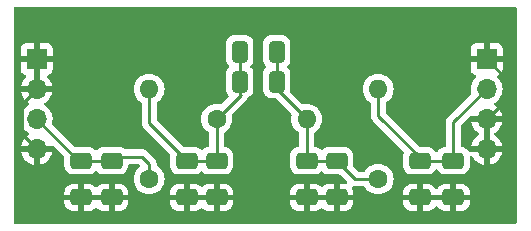
<source format=gtl>
G04 #@! TF.GenerationSoftware,KiCad,Pcbnew,7.0.2*
G04 #@! TF.CreationDate,2023-08-02T20:41:48-05:00*
G04 #@! TF.ProjectId,Session6,53657373-696f-46e3-962e-6b696361645f,rev?*
G04 #@! TF.SameCoordinates,Original*
G04 #@! TF.FileFunction,Copper,L1,Top*
G04 #@! TF.FilePolarity,Positive*
%FSLAX46Y46*%
G04 Gerber Fmt 4.6, Leading zero omitted, Abs format (unit mm)*
G04 Created by KiCad (PCBNEW 7.0.2) date 2023-08-02 20:41:48*
%MOMM*%
%LPD*%
G01*
G04 APERTURE LIST*
G04 Aperture macros list*
%AMRoundRect*
0 Rectangle with rounded corners*
0 $1 Rounding radius*
0 $2 $3 $4 $5 $6 $7 $8 $9 X,Y pos of 4 corners*
0 Add a 4 corners polygon primitive as box body*
4,1,4,$2,$3,$4,$5,$6,$7,$8,$9,$2,$3,0*
0 Add four circle primitives for the rounded corners*
1,1,$1+$1,$2,$3*
1,1,$1+$1,$4,$5*
1,1,$1+$1,$6,$7*
1,1,$1+$1,$8,$9*
0 Add four rect primitives between the rounded corners*
20,1,$1+$1,$2,$3,$4,$5,0*
20,1,$1+$1,$4,$5,$6,$7,0*
20,1,$1+$1,$6,$7,$8,$9,0*
20,1,$1+$1,$8,$9,$2,$3,0*%
G04 Aperture macros list end*
G04 #@! TA.AperFunction,ComponentPad*
%ADD10C,1.600000*%
G04 #@! TD*
G04 #@! TA.AperFunction,ComponentPad*
%ADD11O,1.600000X1.600000*%
G04 #@! TD*
G04 #@! TA.AperFunction,SMDPad,CuDef*
%ADD12RoundRect,0.250000X-0.650000X0.412500X-0.650000X-0.412500X0.650000X-0.412500X0.650000X0.412500X0*%
G04 #@! TD*
G04 #@! TA.AperFunction,SMDPad,CuDef*
%ADD13RoundRect,0.250000X-0.412500X-0.650000X0.412500X-0.650000X0.412500X0.650000X-0.412500X0.650000X0*%
G04 #@! TD*
G04 #@! TA.AperFunction,ComponentPad*
%ADD14O,1.700000X1.700000*%
G04 #@! TD*
G04 #@! TA.AperFunction,ComponentPad*
%ADD15R,1.700000X1.700000*%
G04 #@! TD*
G04 #@! TA.AperFunction,Conductor*
%ADD16C,0.250000*%
G04 #@! TD*
G04 APERTURE END LIST*
D10*
X127977500Y-83820000D03*
D11*
X127977500Y-76200000D03*
D12*
X121920000Y-82257500D03*
X121920000Y-85382500D03*
X124460000Y-82257500D03*
X124460000Y-85382500D03*
D13*
X116255000Y-73025000D03*
X119380000Y-73025000D03*
X116255000Y-75565000D03*
X119380000Y-75565000D03*
D10*
X108585000Y-83820000D03*
D11*
X108585000Y-76200000D03*
D10*
X114300000Y-78740000D03*
D11*
X121920000Y-78740000D03*
D12*
X114300000Y-82257500D03*
X114300000Y-85382500D03*
X131495000Y-82257500D03*
X131495000Y-85382500D03*
X102820000Y-82257500D03*
X102820000Y-85382500D03*
X111760000Y-82257500D03*
X111760000Y-85382500D03*
X134327500Y-82257500D03*
X134327500Y-85382500D03*
X105410000Y-82257500D03*
X105410000Y-85382500D03*
D14*
X137160000Y-81280000D03*
X137160000Y-78740000D03*
X137160000Y-76200000D03*
D15*
X137160000Y-73660000D03*
D14*
X99060000Y-81280000D03*
X99060000Y-78740000D03*
X99060000Y-76200000D03*
D15*
X99060000Y-73660000D03*
D16*
X116332000Y-76708000D02*
X116255000Y-76631000D01*
X114300000Y-78740000D02*
X116332000Y-76708000D01*
X116255000Y-76631000D02*
X116255000Y-75565000D01*
X119380000Y-76200000D02*
X119380000Y-75565000D01*
X121920000Y-78740000D02*
X119380000Y-76200000D01*
X99060000Y-76200000D02*
X99060000Y-73660000D01*
X97790000Y-80010000D02*
X97790000Y-77470000D01*
X97790000Y-77470000D02*
X99060000Y-76200000D01*
X99060000Y-81280000D02*
X97790000Y-80010000D01*
X137160000Y-78740000D02*
X137160000Y-81280000D01*
X139065000Y-76835000D02*
X137160000Y-78740000D01*
X139065000Y-75565000D02*
X139065000Y-76835000D01*
X137160000Y-73660000D02*
X139065000Y-75565000D01*
X102577500Y-82257500D02*
X99060000Y-78740000D01*
X102820000Y-82257500D02*
X102577500Y-82257500D01*
X137160000Y-84797500D02*
X137160000Y-81280000D01*
X136575000Y-85382500D02*
X137160000Y-84797500D01*
X134327500Y-79032500D02*
X137160000Y-76200000D01*
X134327500Y-82257500D02*
X134327500Y-79032500D01*
X105752500Y-81915000D02*
X105410000Y-82257500D01*
X105410000Y-82257500D02*
X102820000Y-82257500D01*
X108585000Y-82550000D02*
X108585000Y-83820000D01*
X108585000Y-82550000D02*
X107950000Y-81915000D01*
X107950000Y-81915000D02*
X105752500Y-81915000D01*
X108242500Y-85382500D02*
X123482500Y-85382500D01*
X119380000Y-85382500D02*
X127000000Y-85382500D01*
X136575000Y-85382500D02*
X131495000Y-85382500D01*
X101015000Y-85382500D02*
X99010000Y-83377500D01*
X133057500Y-85382500D02*
X122897500Y-85382500D01*
X99010000Y-83377500D02*
X99010000Y-81280000D01*
X109220000Y-85382500D02*
X101015000Y-85382500D01*
X114300000Y-81280000D02*
X114300000Y-78740000D01*
X108585000Y-79082500D02*
X111760000Y-82257500D01*
X114300000Y-81280000D02*
X114300000Y-82257500D01*
X111760000Y-82257500D02*
X114300000Y-82257500D01*
X108585000Y-76200000D02*
X108585000Y-79082500D01*
X116255000Y-73025000D02*
X116255000Y-75565000D01*
X124460000Y-82257500D02*
X126022500Y-83820000D01*
X121920000Y-82257500D02*
X121920000Y-78740000D01*
X121920000Y-82257500D02*
X124460000Y-82257500D01*
X119380000Y-73025000D02*
X119380000Y-75565000D01*
X126022500Y-83820000D02*
X127977500Y-83820000D01*
X127977500Y-76200000D02*
X127977500Y-78447500D01*
X134327500Y-82257500D02*
X131495000Y-82257500D01*
X127977500Y-78447500D02*
X131495000Y-81965000D01*
X131495000Y-81965000D02*
X131495000Y-82257500D01*
G04 #@! TA.AperFunction,Conductor*
G36*
X99310000Y-75764498D02*
G01*
X99202315Y-75715320D01*
X99095763Y-75700000D01*
X99024237Y-75700000D01*
X98917685Y-75715320D01*
X98810000Y-75764498D01*
X98810000Y-74095501D01*
X98917685Y-74144680D01*
X99024237Y-74160000D01*
X99095763Y-74160000D01*
X99202315Y-74144680D01*
X99310000Y-74095501D01*
X99310000Y-75764498D01*
G37*
G04 #@! TD.AperFunction*
G04 #@! TA.AperFunction,Conductor*
G36*
X136700507Y-78530156D02*
G01*
X136660000Y-78668111D01*
X136660000Y-78811889D01*
X136700507Y-78949844D01*
X136726314Y-78990000D01*
X135829364Y-78990000D01*
X135886569Y-79203492D01*
X135986399Y-79417576D01*
X136121893Y-79611081D01*
X136288918Y-79778106D01*
X136475031Y-79908425D01*
X136518656Y-79963002D01*
X136525848Y-80032501D01*
X136494326Y-80094855D01*
X136475031Y-80111575D01*
X136288918Y-80241893D01*
X136121890Y-80408921D01*
X135986400Y-80602421D01*
X135886569Y-80816507D01*
X135829364Y-81029999D01*
X135829364Y-81030000D01*
X136726314Y-81030000D01*
X136700507Y-81070156D01*
X136660000Y-81208111D01*
X136660000Y-81351889D01*
X136700507Y-81489844D01*
X136726314Y-81530000D01*
X135814950Y-81530000D01*
X135791300Y-81547268D01*
X135721554Y-81551422D01*
X135660634Y-81517208D01*
X135643815Y-81495674D01*
X135570211Y-81376342D01*
X135446157Y-81252288D01*
X135296834Y-81160186D01*
X135130297Y-81105000D01*
X135064397Y-81098268D01*
X134999705Y-81071872D01*
X134959554Y-81014691D01*
X134953000Y-80974910D01*
X134953000Y-79342951D01*
X134972685Y-79275912D01*
X134989314Y-79255275D01*
X135718272Y-78526317D01*
X135779593Y-78492834D01*
X135805951Y-78490000D01*
X136726314Y-78490000D01*
X136700507Y-78530156D01*
G37*
G04 #@! TD.AperFunction*
G04 #@! TA.AperFunction,Conductor*
G36*
X137410000Y-80844498D02*
G01*
X137302315Y-80795320D01*
X137195763Y-80780000D01*
X137124237Y-80780000D01*
X137017685Y-80795320D01*
X136910000Y-80844498D01*
X136910000Y-79175501D01*
X137017685Y-79224680D01*
X137124237Y-79240000D01*
X137195763Y-79240000D01*
X137302315Y-79224680D01*
X137410000Y-79175501D01*
X137410000Y-80844498D01*
G37*
G04 #@! TD.AperFunction*
G04 #@! TA.AperFunction,Conductor*
G36*
X139643039Y-69234685D02*
G01*
X139688794Y-69287489D01*
X139700000Y-69339000D01*
X139700000Y-87506000D01*
X139680315Y-87573039D01*
X139627511Y-87618794D01*
X139576000Y-87630000D01*
X97279000Y-87630000D01*
X97211961Y-87610315D01*
X97166206Y-87557511D01*
X97155000Y-87506000D01*
X97155000Y-85632500D01*
X101420001Y-85632500D01*
X101420001Y-85841829D01*
X101420321Y-85848111D01*
X101430493Y-85947695D01*
X101485642Y-86114122D01*
X101577683Y-86263345D01*
X101701654Y-86387316D01*
X101850877Y-86479357D01*
X102017303Y-86534506D01*
X102116890Y-86544680D01*
X102123168Y-86544999D01*
X102569999Y-86544999D01*
X102570000Y-86544998D01*
X102570000Y-85632500D01*
X103070000Y-85632500D01*
X103070000Y-86544999D01*
X103516829Y-86544999D01*
X103523111Y-86544678D01*
X103622695Y-86534506D01*
X103789122Y-86479357D01*
X103938342Y-86387318D01*
X104027318Y-86298342D01*
X104088641Y-86264857D01*
X104158333Y-86269841D01*
X104202682Y-86298342D01*
X104291657Y-86387318D01*
X104440877Y-86479357D01*
X104607303Y-86534506D01*
X104706890Y-86544680D01*
X104713168Y-86544999D01*
X105159999Y-86544999D01*
X105160000Y-86544998D01*
X105160000Y-85632500D01*
X105660000Y-85632500D01*
X105660000Y-86544999D01*
X106106829Y-86544999D01*
X106113111Y-86544678D01*
X106212695Y-86534506D01*
X106379122Y-86479357D01*
X106528345Y-86387316D01*
X106652316Y-86263345D01*
X106744357Y-86114122D01*
X106799506Y-85947696D01*
X106809680Y-85848109D01*
X106810000Y-85841831D01*
X106810000Y-85632500D01*
X110360001Y-85632500D01*
X110360001Y-85841829D01*
X110360321Y-85848111D01*
X110370493Y-85947695D01*
X110425642Y-86114122D01*
X110517683Y-86263345D01*
X110641654Y-86387316D01*
X110790877Y-86479357D01*
X110957303Y-86534506D01*
X111056890Y-86544680D01*
X111063168Y-86544999D01*
X111509999Y-86544999D01*
X111510000Y-86544998D01*
X111510000Y-85632500D01*
X112010000Y-85632500D01*
X112010000Y-86544999D01*
X112456829Y-86544999D01*
X112463111Y-86544678D01*
X112562695Y-86534506D01*
X112729122Y-86479357D01*
X112878342Y-86387318D01*
X112942318Y-86323342D01*
X113003641Y-86289857D01*
X113073333Y-86294841D01*
X113117682Y-86323342D01*
X113181657Y-86387318D01*
X113330877Y-86479357D01*
X113497303Y-86534506D01*
X113596890Y-86544680D01*
X113603168Y-86544999D01*
X114049999Y-86544999D01*
X114050000Y-86544998D01*
X114050000Y-85632500D01*
X114550000Y-85632500D01*
X114550000Y-86544999D01*
X114996829Y-86544999D01*
X115003111Y-86544678D01*
X115102695Y-86534506D01*
X115269122Y-86479357D01*
X115418345Y-86387316D01*
X115542316Y-86263345D01*
X115634357Y-86114122D01*
X115689506Y-85947696D01*
X115699680Y-85848109D01*
X115700000Y-85841831D01*
X115700000Y-85632500D01*
X120520001Y-85632500D01*
X120520001Y-85841829D01*
X120520321Y-85848111D01*
X120530493Y-85947695D01*
X120585642Y-86114122D01*
X120677683Y-86263345D01*
X120801654Y-86387316D01*
X120950877Y-86479357D01*
X121117303Y-86534506D01*
X121216890Y-86544680D01*
X121223168Y-86544999D01*
X121669999Y-86544999D01*
X121670000Y-86544998D01*
X121670000Y-85632500D01*
X122170000Y-85632500D01*
X122170000Y-86544999D01*
X122616829Y-86544999D01*
X122623111Y-86544678D01*
X122722695Y-86534506D01*
X122889122Y-86479357D01*
X123038342Y-86387318D01*
X123102318Y-86323342D01*
X123163641Y-86289857D01*
X123233333Y-86294841D01*
X123277682Y-86323342D01*
X123341657Y-86387318D01*
X123490877Y-86479357D01*
X123657303Y-86534506D01*
X123756890Y-86544680D01*
X123763168Y-86544999D01*
X124209999Y-86544999D01*
X124210000Y-86544998D01*
X124210000Y-85632500D01*
X124710000Y-85632500D01*
X124710000Y-86544999D01*
X125156829Y-86544999D01*
X125163111Y-86544678D01*
X125262695Y-86534506D01*
X125429122Y-86479357D01*
X125578345Y-86387316D01*
X125702316Y-86263345D01*
X125794357Y-86114122D01*
X125849506Y-85947696D01*
X125859680Y-85848109D01*
X125860000Y-85841831D01*
X125860000Y-85632500D01*
X130095001Y-85632500D01*
X130095001Y-85841829D01*
X130095321Y-85848111D01*
X130105493Y-85947695D01*
X130160642Y-86114122D01*
X130252683Y-86263345D01*
X130376654Y-86387316D01*
X130525877Y-86479357D01*
X130692303Y-86534506D01*
X130791890Y-86544680D01*
X130798168Y-86544999D01*
X131244999Y-86544999D01*
X131245000Y-86544998D01*
X131245000Y-85632500D01*
X131745000Y-85632500D01*
X131745000Y-86544999D01*
X132191829Y-86544999D01*
X132198111Y-86544678D01*
X132297695Y-86534506D01*
X132464122Y-86479357D01*
X132613345Y-86387316D01*
X132737316Y-86263345D01*
X132805711Y-86152459D01*
X132857659Y-86105734D01*
X132926621Y-86094511D01*
X132990703Y-86122354D01*
X133016789Y-86152459D01*
X133085183Y-86263345D01*
X133209154Y-86387316D01*
X133358377Y-86479357D01*
X133524803Y-86534506D01*
X133624390Y-86544680D01*
X133630668Y-86544999D01*
X134077499Y-86544999D01*
X134077500Y-86544998D01*
X134077500Y-85632500D01*
X134577500Y-85632500D01*
X134577500Y-86544999D01*
X135024329Y-86544999D01*
X135030611Y-86544678D01*
X135130195Y-86534506D01*
X135296622Y-86479357D01*
X135445845Y-86387316D01*
X135569816Y-86263345D01*
X135661857Y-86114122D01*
X135717006Y-85947696D01*
X135727180Y-85848109D01*
X135727500Y-85841831D01*
X135727500Y-85632500D01*
X134577500Y-85632500D01*
X134077500Y-85632500D01*
X131745000Y-85632500D01*
X131245000Y-85632500D01*
X130095001Y-85632500D01*
X125860000Y-85632500D01*
X124710000Y-85632500D01*
X124210000Y-85632500D01*
X122170000Y-85632500D01*
X121670000Y-85632500D01*
X120520001Y-85632500D01*
X115700000Y-85632500D01*
X114550000Y-85632500D01*
X114050000Y-85632500D01*
X112010000Y-85632500D01*
X111510000Y-85632500D01*
X110360001Y-85632500D01*
X106810000Y-85632500D01*
X105660000Y-85632500D01*
X105160000Y-85632500D01*
X103070000Y-85632500D01*
X102570000Y-85632500D01*
X101420001Y-85632500D01*
X97155000Y-85632500D01*
X97155000Y-85132500D01*
X101420000Y-85132500D01*
X102570000Y-85132500D01*
X102570000Y-84220000D01*
X103070000Y-84220000D01*
X103070000Y-85132500D01*
X105160000Y-85132500D01*
X105160000Y-84220000D01*
X105660000Y-84220000D01*
X105660000Y-85132500D01*
X106809999Y-85132500D01*
X110360000Y-85132500D01*
X111510000Y-85132500D01*
X111510000Y-84220000D01*
X112010000Y-84220000D01*
X112010000Y-85132500D01*
X114050000Y-85132500D01*
X114050000Y-84220000D01*
X114550000Y-84220000D01*
X114550000Y-85132500D01*
X115699999Y-85132500D01*
X120520000Y-85132500D01*
X121670000Y-85132500D01*
X121670000Y-84220000D01*
X122170000Y-84220000D01*
X122170000Y-85132500D01*
X124210000Y-85132500D01*
X124210000Y-84220000D01*
X123763171Y-84220000D01*
X123756888Y-84220321D01*
X123657304Y-84230493D01*
X123490877Y-84285642D01*
X123341654Y-84377683D01*
X123277681Y-84441657D01*
X123216358Y-84475142D01*
X123146666Y-84470158D01*
X123102319Y-84441657D01*
X123038345Y-84377683D01*
X122889122Y-84285642D01*
X122722696Y-84230493D01*
X122623109Y-84220319D01*
X122616832Y-84220000D01*
X122170000Y-84220000D01*
X121670000Y-84220000D01*
X121223171Y-84220000D01*
X121216888Y-84220321D01*
X121117304Y-84230493D01*
X120950877Y-84285642D01*
X120801654Y-84377683D01*
X120677683Y-84501654D01*
X120585642Y-84650877D01*
X120530493Y-84817303D01*
X120520319Y-84916890D01*
X120520000Y-84923168D01*
X120520000Y-85132500D01*
X115699999Y-85132500D01*
X115699999Y-84923170D01*
X115699678Y-84916888D01*
X115689506Y-84817304D01*
X115634357Y-84650877D01*
X115542316Y-84501654D01*
X115418345Y-84377683D01*
X115269122Y-84285642D01*
X115102696Y-84230493D01*
X115003109Y-84220319D01*
X114996832Y-84220000D01*
X114550000Y-84220000D01*
X114050000Y-84220000D01*
X113603171Y-84220000D01*
X113596888Y-84220321D01*
X113497304Y-84230493D01*
X113330877Y-84285642D01*
X113181654Y-84377683D01*
X113117681Y-84441657D01*
X113056358Y-84475142D01*
X112986666Y-84470158D01*
X112942319Y-84441657D01*
X112878345Y-84377683D01*
X112729122Y-84285642D01*
X112562696Y-84230493D01*
X112463109Y-84220319D01*
X112456832Y-84220000D01*
X112010000Y-84220000D01*
X111510000Y-84220000D01*
X111063171Y-84220000D01*
X111056888Y-84220321D01*
X110957304Y-84230493D01*
X110790877Y-84285642D01*
X110641654Y-84377683D01*
X110517683Y-84501654D01*
X110425642Y-84650877D01*
X110370493Y-84817303D01*
X110360319Y-84916890D01*
X110360000Y-84923168D01*
X110360000Y-85132500D01*
X106809999Y-85132500D01*
X106809999Y-84923170D01*
X106809678Y-84916888D01*
X106799506Y-84817304D01*
X106744357Y-84650877D01*
X106652316Y-84501654D01*
X106528345Y-84377683D01*
X106379122Y-84285642D01*
X106212696Y-84230493D01*
X106113109Y-84220319D01*
X106106832Y-84220000D01*
X105660000Y-84220000D01*
X105160000Y-84220000D01*
X104713171Y-84220000D01*
X104706888Y-84220321D01*
X104607304Y-84230493D01*
X104440877Y-84285642D01*
X104291654Y-84377683D01*
X104202681Y-84466657D01*
X104141358Y-84500142D01*
X104071666Y-84495158D01*
X104027319Y-84466657D01*
X103938345Y-84377683D01*
X103789122Y-84285642D01*
X103622696Y-84230493D01*
X103523109Y-84220319D01*
X103516832Y-84220000D01*
X103070000Y-84220000D01*
X102570000Y-84220000D01*
X102123171Y-84220000D01*
X102116888Y-84220321D01*
X102017304Y-84230493D01*
X101850877Y-84285642D01*
X101701654Y-84377683D01*
X101577683Y-84501654D01*
X101485642Y-84650877D01*
X101430493Y-84817303D01*
X101420319Y-84916890D01*
X101420000Y-84923168D01*
X101420000Y-85132500D01*
X97155000Y-85132500D01*
X97155000Y-78740000D01*
X97704340Y-78740000D01*
X97724936Y-78975407D01*
X97765210Y-79125711D01*
X97786097Y-79203663D01*
X97885965Y-79417830D01*
X98021505Y-79611401D01*
X98188599Y-79778495D01*
X98374596Y-79908732D01*
X98418219Y-79963307D01*
X98425412Y-80032806D01*
X98393890Y-80095160D01*
X98374595Y-80111880D01*
X98188919Y-80241892D01*
X98021890Y-80408921D01*
X97886400Y-80602421D01*
X97786569Y-80816507D01*
X97729364Y-81029999D01*
X97729364Y-81030000D01*
X98626314Y-81030000D01*
X98600507Y-81070156D01*
X98560000Y-81208111D01*
X98560000Y-81351889D01*
X98600507Y-81489844D01*
X98626314Y-81530000D01*
X97729364Y-81530000D01*
X97786569Y-81743492D01*
X97886399Y-81957576D01*
X98021893Y-82151081D01*
X98188918Y-82318106D01*
X98382423Y-82453600D01*
X98596509Y-82553430D01*
X98810000Y-82610634D01*
X98810000Y-81715501D01*
X98917685Y-81764680D01*
X99024237Y-81780000D01*
X99095763Y-81780000D01*
X99202315Y-81764680D01*
X99309999Y-81715501D01*
X99309999Y-82610633D01*
X99523490Y-82553430D01*
X99737576Y-82453600D01*
X99931081Y-82318106D01*
X100098106Y-82151081D01*
X100233600Y-81957576D01*
X100333430Y-81743492D01*
X100390636Y-81530000D01*
X99493686Y-81530000D01*
X99519493Y-81489844D01*
X99560000Y-81351889D01*
X99560000Y-81208111D01*
X99519493Y-81070156D01*
X99493686Y-81030000D01*
X100414048Y-81030000D01*
X100481087Y-81049685D01*
X100501729Y-81066319D01*
X101383181Y-81947771D01*
X101416666Y-82009094D01*
X101419500Y-82035452D01*
X101419500Y-82716858D01*
X101419500Y-82716877D01*
X101419501Y-82720008D01*
X101419820Y-82723140D01*
X101419821Y-82723141D01*
X101430000Y-82822796D01*
X101485186Y-82989334D01*
X101577288Y-83138657D01*
X101701342Y-83262711D01*
X101757895Y-83297593D01*
X101850666Y-83354814D01*
X101962017Y-83391712D01*
X102017202Y-83409999D01*
X102116858Y-83420180D01*
X102116859Y-83420180D01*
X102119991Y-83420500D01*
X103520008Y-83420499D01*
X103622797Y-83409999D01*
X103789334Y-83354814D01*
X103938656Y-83262712D01*
X104027320Y-83174047D01*
X104088641Y-83140564D01*
X104158333Y-83145548D01*
X104202679Y-83174047D01*
X104291343Y-83262711D01*
X104291345Y-83262713D01*
X104366005Y-83308763D01*
X104440666Y-83354814D01*
X104552016Y-83391712D01*
X104607202Y-83409999D01*
X104706858Y-83420180D01*
X104706859Y-83420180D01*
X104709991Y-83420500D01*
X106110008Y-83420499D01*
X106212797Y-83409999D01*
X106379334Y-83354814D01*
X106528656Y-83262712D01*
X106652712Y-83138656D01*
X106744814Y-82989334D01*
X106799999Y-82822797D01*
X106810500Y-82720009D01*
X106810500Y-82664500D01*
X106830185Y-82597461D01*
X106882989Y-82551706D01*
X106934500Y-82540500D01*
X107639548Y-82540500D01*
X107706587Y-82560185D01*
X107727229Y-82576819D01*
X107773410Y-82623000D01*
X107806895Y-82684323D01*
X107801911Y-82754015D01*
X107760039Y-82809948D01*
X107756857Y-82812253D01*
X107745860Y-82819953D01*
X107584953Y-82980860D01*
X107454432Y-83167264D01*
X107358261Y-83373502D01*
X107299364Y-83593310D01*
X107279531Y-83820000D01*
X107299364Y-84046689D01*
X107358261Y-84266497D01*
X107454432Y-84472735D01*
X107584953Y-84659140D01*
X107745859Y-84820046D01*
X107932264Y-84950567D01*
X107932265Y-84950567D01*
X107932266Y-84950568D01*
X108138504Y-85046739D01*
X108358308Y-85105635D01*
X108509435Y-85118856D01*
X108584999Y-85125468D01*
X108584999Y-85125467D01*
X108585000Y-85125468D01*
X108811692Y-85105635D01*
X109031496Y-85046739D01*
X109237734Y-84950568D01*
X109424139Y-84820047D01*
X109585047Y-84659139D01*
X109715568Y-84472734D01*
X109811739Y-84266496D01*
X109870635Y-84046692D01*
X109890468Y-83820000D01*
X109870635Y-83593308D01*
X109811739Y-83373504D01*
X109715568Y-83167266D01*
X109714377Y-83165564D01*
X109585046Y-82980859D01*
X109424140Y-82819953D01*
X109265548Y-82708907D01*
X109221923Y-82654331D01*
X109212732Y-82611225D01*
X109210561Y-82542111D01*
X109210500Y-82538218D01*
X109210500Y-82514541D01*
X109210500Y-82510650D01*
X109209998Y-82506683D01*
X109209081Y-82495027D01*
X109207710Y-82451373D01*
X109202118Y-82432126D01*
X109198174Y-82413085D01*
X109195664Y-82393208D01*
X109179579Y-82352583D01*
X109175808Y-82341568D01*
X109163618Y-82299610D01*
X109153414Y-82282355D01*
X109144861Y-82264895D01*
X109137486Y-82246269D01*
X109137486Y-82246268D01*
X109111808Y-82210925D01*
X109105401Y-82201171D01*
X109083169Y-82163579D01*
X109069006Y-82149416D01*
X109056367Y-82134617D01*
X109044595Y-82118413D01*
X109010941Y-82090573D01*
X109002299Y-82082709D01*
X108450802Y-81531211D01*
X108437906Y-81515113D01*
X108386775Y-81467098D01*
X108383978Y-81464387D01*
X108367227Y-81447636D01*
X108364471Y-81444880D01*
X108361290Y-81442412D01*
X108352422Y-81434837D01*
X108320582Y-81404938D01*
X108303024Y-81395285D01*
X108286764Y-81384604D01*
X108270936Y-81372327D01*
X108230851Y-81354980D01*
X108220361Y-81349841D01*
X108182091Y-81328802D01*
X108162691Y-81323821D01*
X108144284Y-81317519D01*
X108125897Y-81309562D01*
X108082758Y-81302729D01*
X108071324Y-81300361D01*
X108029019Y-81289500D01*
X108008984Y-81289500D01*
X107989586Y-81287973D01*
X107982162Y-81286797D01*
X107969805Y-81284840D01*
X107969804Y-81284840D01*
X107936751Y-81287964D01*
X107926325Y-81288950D01*
X107914656Y-81289500D01*
X106617231Y-81289500D01*
X106550192Y-81269815D01*
X106529550Y-81253181D01*
X106528657Y-81252288D01*
X106379334Y-81160186D01*
X106212797Y-81105000D01*
X106113141Y-81094819D01*
X106113122Y-81094818D01*
X106110009Y-81094500D01*
X106106860Y-81094500D01*
X104713140Y-81094500D01*
X104713120Y-81094500D01*
X104709992Y-81094501D01*
X104706860Y-81094820D01*
X104706858Y-81094821D01*
X104607203Y-81105000D01*
X104440665Y-81160186D01*
X104291342Y-81252288D01*
X104202681Y-81340950D01*
X104141358Y-81374435D01*
X104071666Y-81369451D01*
X104027319Y-81340950D01*
X103938657Y-81252288D01*
X103789334Y-81160186D01*
X103622797Y-81105000D01*
X103523141Y-81094819D01*
X103523122Y-81094818D01*
X103520009Y-81094500D01*
X103516860Y-81094500D01*
X102350453Y-81094500D01*
X102283414Y-81074815D01*
X102262772Y-81058181D01*
X100400237Y-79195646D01*
X100366752Y-79134323D01*
X100368143Y-79075872D01*
X100395063Y-78975408D01*
X100415659Y-78740000D01*
X100408305Y-78655951D01*
X100395063Y-78504592D01*
X100379082Y-78444950D01*
X100333903Y-78276337D01*
X100234035Y-78062171D01*
X100098495Y-77868599D01*
X99931401Y-77701505D01*
X99745402Y-77571267D01*
X99701780Y-77516692D01*
X99694587Y-77447193D01*
X99726109Y-77384839D01*
X99745405Y-77368119D01*
X99931078Y-77238109D01*
X100098106Y-77071081D01*
X100233600Y-76877576D01*
X100333430Y-76663492D01*
X100390636Y-76450000D01*
X99493686Y-76450000D01*
X99519493Y-76409844D01*
X99560000Y-76271889D01*
X99560000Y-76200000D01*
X107279531Y-76200000D01*
X107299364Y-76426689D01*
X107358261Y-76646497D01*
X107454432Y-76852735D01*
X107584953Y-77039140D01*
X107745859Y-77200046D01*
X107906623Y-77312613D01*
X107950248Y-77367189D01*
X107959500Y-77414188D01*
X107959500Y-78999755D01*
X107957235Y-79020266D01*
X107959438Y-79090374D01*
X107959499Y-79094263D01*
X107959499Y-79117961D01*
X107959499Y-79117974D01*
X107959500Y-79121850D01*
X107959986Y-79125702D01*
X107959987Y-79125711D01*
X107960004Y-79125843D01*
X107960918Y-79137467D01*
X107962290Y-79181126D01*
X107967879Y-79200360D01*
X107971825Y-79219416D01*
X107974335Y-79239292D01*
X107990414Y-79279904D01*
X107994197Y-79290951D01*
X108006382Y-79332891D01*
X108016580Y-79350135D01*
X108025136Y-79367600D01*
X108032514Y-79386232D01*
X108032515Y-79386233D01*
X108058180Y-79421559D01*
X108064593Y-79431322D01*
X108086826Y-79468916D01*
X108086829Y-79468919D01*
X108086830Y-79468920D01*
X108100995Y-79483085D01*
X108113627Y-79497875D01*
X108125406Y-79514087D01*
X108159058Y-79541926D01*
X108167699Y-79549789D01*
X110323279Y-81705370D01*
X110356764Y-81766693D01*
X110359402Y-81798850D01*
X110359500Y-81794991D01*
X110359500Y-82716858D01*
X110359500Y-82716877D01*
X110359501Y-82720008D01*
X110359820Y-82723140D01*
X110359821Y-82723141D01*
X110370000Y-82822796D01*
X110425186Y-82989334D01*
X110517288Y-83138657D01*
X110641342Y-83262711D01*
X110697895Y-83297593D01*
X110790666Y-83354814D01*
X110902016Y-83391712D01*
X110957202Y-83409999D01*
X111056858Y-83420180D01*
X111056859Y-83420180D01*
X111059991Y-83420500D01*
X112460008Y-83420499D01*
X112562797Y-83409999D01*
X112729334Y-83354814D01*
X112878656Y-83262712D01*
X112942320Y-83199047D01*
X113003641Y-83165564D01*
X113073333Y-83170548D01*
X113117679Y-83199047D01*
X113181343Y-83262711D01*
X113181345Y-83262713D01*
X113256005Y-83308763D01*
X113330666Y-83354814D01*
X113442016Y-83391712D01*
X113497202Y-83409999D01*
X113596858Y-83420180D01*
X113596859Y-83420180D01*
X113599991Y-83420500D01*
X115000008Y-83420499D01*
X115102797Y-83409999D01*
X115269334Y-83354814D01*
X115418656Y-83262712D01*
X115542712Y-83138656D01*
X115634814Y-82989334D01*
X115689999Y-82822797D01*
X115700500Y-82720009D01*
X115700499Y-81794992D01*
X115689999Y-81692203D01*
X115634814Y-81525666D01*
X115542712Y-81376344D01*
X115542711Y-81376342D01*
X115418657Y-81252288D01*
X115269334Y-81160186D01*
X115102797Y-81105000D01*
X115036897Y-81098268D01*
X114972205Y-81071872D01*
X114932054Y-81014691D01*
X114925500Y-80974910D01*
X114925500Y-79954188D01*
X114945185Y-79887149D01*
X114978377Y-79852613D01*
X115084780Y-79778109D01*
X115139139Y-79740047D01*
X115300047Y-79579139D01*
X115430568Y-79392734D01*
X115526739Y-79186496D01*
X115585635Y-78966692D01*
X115605468Y-78740000D01*
X115585635Y-78513308D01*
X115567319Y-78444950D01*
X115568982Y-78375101D01*
X115599411Y-78325178D01*
X116724206Y-77200383D01*
X116742177Y-77185516D01*
X116748937Y-77180923D01*
X116785622Y-77139311D01*
X116790924Y-77133665D01*
X116802120Y-77122471D01*
X116811825Y-77109958D01*
X116816756Y-77103997D01*
X116853450Y-77062378D01*
X116857159Y-77055096D01*
X116869668Y-77035388D01*
X116870015Y-77034940D01*
X116874673Y-77028936D01*
X116896708Y-76978015D01*
X116900020Y-76970975D01*
X116902888Y-76965347D01*
X116950866Y-76914556D01*
X116974367Y-76903945D01*
X116974459Y-76903914D01*
X116986834Y-76899814D01*
X117136156Y-76807712D01*
X117260212Y-76683656D01*
X117352314Y-76534334D01*
X117407499Y-76367797D01*
X117418000Y-76265009D01*
X117418000Y-76261878D01*
X118217000Y-76261878D01*
X118217001Y-76265008D01*
X118217320Y-76268140D01*
X118217321Y-76268141D01*
X118227500Y-76367796D01*
X118282686Y-76534334D01*
X118374788Y-76683657D01*
X118498842Y-76807711D01*
X118498844Y-76807712D01*
X118648166Y-76899814D01*
X118759517Y-76936712D01*
X118814702Y-76954999D01*
X118914358Y-76965180D01*
X118914359Y-76965180D01*
X118917491Y-76965500D01*
X119209547Y-76965499D01*
X119276586Y-76985183D01*
X119297228Y-77001818D01*
X120620586Y-78325177D01*
X120654071Y-78386500D01*
X120652680Y-78444950D01*
X120634364Y-78513307D01*
X120614531Y-78740000D01*
X120634364Y-78966689D01*
X120693261Y-79186497D01*
X120789432Y-79392735D01*
X120919953Y-79579140D01*
X121080859Y-79740046D01*
X121241623Y-79852613D01*
X121285248Y-79907189D01*
X121294500Y-79954188D01*
X121294500Y-80974911D01*
X121274815Y-81041950D01*
X121222011Y-81087705D01*
X121183102Y-81098269D01*
X121117203Y-81105000D01*
X120950665Y-81160186D01*
X120801342Y-81252288D01*
X120677288Y-81376342D01*
X120585186Y-81525665D01*
X120530000Y-81692202D01*
X120519819Y-81791858D01*
X120519817Y-81791878D01*
X120519500Y-81794991D01*
X120519500Y-81798138D01*
X120519500Y-81798139D01*
X120519500Y-82716858D01*
X120519500Y-82716877D01*
X120519501Y-82720008D01*
X120519820Y-82723140D01*
X120519821Y-82723141D01*
X120530000Y-82822796D01*
X120585186Y-82989334D01*
X120677288Y-83138657D01*
X120801342Y-83262711D01*
X120857895Y-83297592D01*
X120950666Y-83354814D01*
X121062016Y-83391712D01*
X121117202Y-83409999D01*
X121216858Y-83420180D01*
X121216859Y-83420180D01*
X121219991Y-83420500D01*
X122620008Y-83420499D01*
X122722797Y-83409999D01*
X122889334Y-83354814D01*
X123038656Y-83262712D01*
X123102320Y-83199047D01*
X123163641Y-83165564D01*
X123233333Y-83170548D01*
X123277679Y-83199047D01*
X123341343Y-83262711D01*
X123341345Y-83262713D01*
X123416004Y-83308763D01*
X123490666Y-83354814D01*
X123602017Y-83391712D01*
X123657202Y-83409999D01*
X123756858Y-83420180D01*
X123756859Y-83420180D01*
X123759991Y-83420500D01*
X124687047Y-83420499D01*
X124754086Y-83440183D01*
X124774728Y-83456818D01*
X125334450Y-84016540D01*
X125367935Y-84077863D01*
X125362951Y-84147555D01*
X125321079Y-84203488D01*
X125255615Y-84227905D01*
X125234167Y-84227579D01*
X125163111Y-84220319D01*
X125156832Y-84220000D01*
X124710000Y-84220000D01*
X124710000Y-85132500D01*
X125859999Y-85132500D01*
X130094999Y-85132500D01*
X131245000Y-85132500D01*
X131245000Y-85132499D01*
X131744999Y-85132499D01*
X131745000Y-85132500D01*
X134077499Y-85132500D01*
X134077499Y-84220000D01*
X134577500Y-84220000D01*
X134577500Y-85132500D01*
X135727499Y-85132500D01*
X135727499Y-84923170D01*
X135727178Y-84916888D01*
X135717006Y-84817304D01*
X135661857Y-84650877D01*
X135569816Y-84501654D01*
X135445845Y-84377683D01*
X135296622Y-84285642D01*
X135130196Y-84230493D01*
X135030609Y-84220319D01*
X135024332Y-84220000D01*
X134577500Y-84220000D01*
X134077499Y-84220000D01*
X133630671Y-84220000D01*
X133624388Y-84220321D01*
X133524804Y-84230493D01*
X133358377Y-84285642D01*
X133209154Y-84377683D01*
X133085184Y-84501653D01*
X133016789Y-84612541D01*
X132964841Y-84659265D01*
X132895878Y-84670488D01*
X132831796Y-84642644D01*
X132805711Y-84612541D01*
X132737315Y-84501653D01*
X132613345Y-84377683D01*
X132464122Y-84285642D01*
X132297696Y-84230493D01*
X132198109Y-84220319D01*
X132191832Y-84220000D01*
X131745000Y-84220000D01*
X131744999Y-85132499D01*
X131245000Y-85132499D01*
X131245000Y-84220000D01*
X130798171Y-84220000D01*
X130791888Y-84220321D01*
X130692304Y-84230493D01*
X130525877Y-84285642D01*
X130376654Y-84377683D01*
X130252683Y-84501654D01*
X130160642Y-84650877D01*
X130105493Y-84817303D01*
X130095319Y-84916890D01*
X130095000Y-84923168D01*
X130094999Y-85132500D01*
X125859999Y-85132500D01*
X125859999Y-84923170D01*
X125859678Y-84916888D01*
X125849506Y-84817304D01*
X125794358Y-84650879D01*
X125777171Y-84623015D01*
X125758731Y-84555623D01*
X125779653Y-84488959D01*
X125833295Y-84444189D01*
X125902626Y-84435528D01*
X125913540Y-84437812D01*
X125943481Y-84445500D01*
X125963516Y-84445500D01*
X125982913Y-84447026D01*
X126002696Y-84450160D01*
X126046174Y-84446050D01*
X126057844Y-84445500D01*
X126763312Y-84445500D01*
X126830351Y-84465185D01*
X126864887Y-84498377D01*
X126977453Y-84659140D01*
X127138359Y-84820046D01*
X127324764Y-84950567D01*
X127324765Y-84950567D01*
X127324766Y-84950568D01*
X127531004Y-85046739D01*
X127750808Y-85105635D01*
X127901935Y-85118856D01*
X127977499Y-85125468D01*
X127977499Y-85125467D01*
X127977500Y-85125468D01*
X128204192Y-85105635D01*
X128423996Y-85046739D01*
X128630234Y-84950568D01*
X128816639Y-84820047D01*
X128977547Y-84659139D01*
X129108068Y-84472734D01*
X129204239Y-84266496D01*
X129263135Y-84046692D01*
X129282968Y-83820000D01*
X129263135Y-83593308D01*
X129204239Y-83373504D01*
X129108068Y-83167266D01*
X129106877Y-83165564D01*
X128977546Y-82980859D01*
X128816640Y-82819953D01*
X128630235Y-82689432D01*
X128423997Y-82593261D01*
X128204189Y-82534364D01*
X127977499Y-82514531D01*
X127750810Y-82534364D01*
X127531002Y-82593261D01*
X127324764Y-82689432D01*
X127138359Y-82819953D01*
X126977453Y-82980859D01*
X126864887Y-83141623D01*
X126810311Y-83185248D01*
X126763312Y-83194500D01*
X126332952Y-83194500D01*
X126265913Y-83174815D01*
X126245271Y-83158181D01*
X125896720Y-82809629D01*
X125863235Y-82748306D01*
X125860599Y-82716087D01*
X125860500Y-82720009D01*
X125860499Y-81794992D01*
X125849999Y-81692203D01*
X125794814Y-81525666D01*
X125702712Y-81376344D01*
X125702711Y-81376342D01*
X125578657Y-81252288D01*
X125429334Y-81160186D01*
X125262797Y-81105000D01*
X125163141Y-81094819D01*
X125163122Y-81094818D01*
X125160009Y-81094500D01*
X125156860Y-81094500D01*
X123763140Y-81094500D01*
X123763120Y-81094500D01*
X123759992Y-81094501D01*
X123756860Y-81094820D01*
X123756858Y-81094821D01*
X123657203Y-81105000D01*
X123490665Y-81160186D01*
X123341342Y-81252288D01*
X123277681Y-81315950D01*
X123216358Y-81349435D01*
X123146666Y-81344451D01*
X123102319Y-81315950D01*
X123038657Y-81252288D01*
X122889334Y-81160186D01*
X122722797Y-81105000D01*
X122656897Y-81098268D01*
X122592205Y-81071872D01*
X122552054Y-81014691D01*
X122545500Y-80974910D01*
X122545500Y-79954188D01*
X122565185Y-79887149D01*
X122598377Y-79852613D01*
X122704780Y-79778109D01*
X122759139Y-79740047D01*
X122920047Y-79579139D01*
X123050568Y-79392734D01*
X123146739Y-79186496D01*
X123205635Y-78966692D01*
X123225468Y-78740000D01*
X123205635Y-78513308D01*
X123146739Y-78293504D01*
X123050568Y-78087266D01*
X123032997Y-78062171D01*
X122920046Y-77900859D01*
X122759140Y-77739953D01*
X122572735Y-77609432D01*
X122366497Y-77513261D01*
X122146689Y-77454364D01*
X121920000Y-77434531D01*
X121693307Y-77454364D01*
X121624950Y-77472680D01*
X121555100Y-77471017D01*
X121505177Y-77440586D01*
X120561665Y-76497074D01*
X120528180Y-76435751D01*
X120531641Y-76370386D01*
X120532499Y-76367797D01*
X120543000Y-76265009D01*
X120543000Y-76200000D01*
X126672031Y-76200000D01*
X126691864Y-76426689D01*
X126750761Y-76646497D01*
X126846932Y-76852735D01*
X126977453Y-77039140D01*
X127138359Y-77200046D01*
X127299123Y-77312613D01*
X127342748Y-77367189D01*
X127352000Y-77414188D01*
X127352000Y-78364756D01*
X127349735Y-78385266D01*
X127351939Y-78455372D01*
X127352000Y-78459267D01*
X127352000Y-78486850D01*
X127352488Y-78490719D01*
X127352489Y-78490725D01*
X127352504Y-78490843D01*
X127353418Y-78502467D01*
X127354790Y-78546126D01*
X127360379Y-78565360D01*
X127364325Y-78584416D01*
X127366835Y-78604292D01*
X127382914Y-78644904D01*
X127386697Y-78655951D01*
X127398882Y-78697891D01*
X127409080Y-78715135D01*
X127417636Y-78732600D01*
X127425014Y-78751232D01*
X127425015Y-78751233D01*
X127450680Y-78786559D01*
X127457093Y-78796322D01*
X127479326Y-78833916D01*
X127479329Y-78833919D01*
X127479330Y-78833920D01*
X127493495Y-78848085D01*
X127506127Y-78862875D01*
X127517906Y-78879087D01*
X127551558Y-78906926D01*
X127560199Y-78914789D01*
X130108813Y-81463403D01*
X130142298Y-81524726D01*
X130138838Y-81590088D01*
X130105000Y-81692202D01*
X130094819Y-81791858D01*
X130094817Y-81791878D01*
X130094500Y-81794991D01*
X130094500Y-81798138D01*
X130094500Y-81798139D01*
X130094500Y-82716858D01*
X130094500Y-82716877D01*
X130094501Y-82720008D01*
X130094820Y-82723140D01*
X130094821Y-82723141D01*
X130105000Y-82822796D01*
X130160186Y-82989334D01*
X130252288Y-83138657D01*
X130376342Y-83262711D01*
X130432895Y-83297593D01*
X130525666Y-83354814D01*
X130637016Y-83391712D01*
X130692202Y-83409999D01*
X130791858Y-83420180D01*
X130791859Y-83420180D01*
X130794991Y-83420500D01*
X132195008Y-83420499D01*
X132297797Y-83409999D01*
X132464334Y-83354814D01*
X132613656Y-83262712D01*
X132737712Y-83138656D01*
X132805711Y-83028410D01*
X132857658Y-82981686D01*
X132926621Y-82970463D01*
X132990703Y-82998306D01*
X133016789Y-83028411D01*
X133084788Y-83138657D01*
X133208842Y-83262711D01*
X133265395Y-83297593D01*
X133358166Y-83354814D01*
X133469516Y-83391712D01*
X133524702Y-83409999D01*
X133624358Y-83420180D01*
X133624359Y-83420180D01*
X133627491Y-83420500D01*
X135027508Y-83420499D01*
X135130297Y-83409999D01*
X135296834Y-83354814D01*
X135446156Y-83262712D01*
X135570212Y-83138656D01*
X135662314Y-82989334D01*
X135717499Y-82822797D01*
X135728000Y-82720009D01*
X135727999Y-81962763D01*
X135747683Y-81895725D01*
X135800487Y-81849970D01*
X135869646Y-81840026D01*
X135933202Y-81869051D01*
X135964381Y-81910359D01*
X135986399Y-81957576D01*
X136121893Y-82151081D01*
X136288918Y-82318106D01*
X136482423Y-82453600D01*
X136696509Y-82553430D01*
X136910000Y-82610634D01*
X136910000Y-81715501D01*
X137017685Y-81764680D01*
X137124237Y-81780000D01*
X137195763Y-81780000D01*
X137302315Y-81764680D01*
X137410000Y-81715501D01*
X137410000Y-82610633D01*
X137623490Y-82553430D01*
X137837576Y-82453600D01*
X138031081Y-82318106D01*
X138198106Y-82151081D01*
X138333600Y-81957576D01*
X138433430Y-81743492D01*
X138490636Y-81530000D01*
X137593686Y-81530000D01*
X137619493Y-81489844D01*
X137660000Y-81351889D01*
X137660000Y-81208111D01*
X137619493Y-81070156D01*
X137593686Y-81030000D01*
X138490636Y-81030000D01*
X138490635Y-81029999D01*
X138433430Y-80816507D01*
X138333599Y-80602421D01*
X138198109Y-80408921D01*
X138031080Y-80241892D01*
X137844968Y-80111574D01*
X137801343Y-80056996D01*
X137794151Y-79987498D01*
X137825673Y-79925143D01*
X137844969Y-79908424D01*
X138031078Y-79778109D01*
X138198106Y-79611081D01*
X138333600Y-79417576D01*
X138433430Y-79203492D01*
X138490636Y-78990000D01*
X137593686Y-78990000D01*
X137619493Y-78949844D01*
X137660000Y-78811889D01*
X137660000Y-78668111D01*
X137619493Y-78530156D01*
X137593686Y-78490000D01*
X138490636Y-78490000D01*
X138490635Y-78489999D01*
X138433430Y-78276507D01*
X138333599Y-78062421D01*
X138198109Y-77868921D01*
X138031081Y-77701893D01*
X137845404Y-77571880D01*
X137801780Y-77517303D01*
X137794587Y-77447804D01*
X137826109Y-77385450D01*
X137845399Y-77368734D01*
X138031401Y-77238495D01*
X138198495Y-77071401D01*
X138334035Y-76877830D01*
X138433903Y-76663663D01*
X138495063Y-76435408D01*
X138515659Y-76200000D01*
X138495063Y-75964592D01*
X138433903Y-75736337D01*
X138334035Y-75522171D01*
X138198495Y-75328599D01*
X138076181Y-75206285D01*
X138042696Y-75144962D01*
X138047680Y-75075270D01*
X138089552Y-75019337D01*
X138120528Y-75002422D01*
X138252089Y-74953352D01*
X138367188Y-74867188D01*
X138453352Y-74752089D01*
X138503599Y-74617371D01*
X138509645Y-74561132D01*
X138510000Y-74554518D01*
X138510000Y-73910000D01*
X137593686Y-73910000D01*
X137619493Y-73869844D01*
X137660000Y-73731889D01*
X137660000Y-73588111D01*
X137619493Y-73450156D01*
X137593686Y-73410000D01*
X138510000Y-73410000D01*
X138510000Y-72765481D01*
X138509645Y-72758867D01*
X138503599Y-72702628D01*
X138453352Y-72567910D01*
X138367188Y-72452811D01*
X138252089Y-72366647D01*
X138117371Y-72316400D01*
X138061132Y-72310354D01*
X138054518Y-72310000D01*
X137410000Y-72310000D01*
X137410000Y-73224498D01*
X137302315Y-73175320D01*
X137195763Y-73160000D01*
X137124237Y-73160000D01*
X137017685Y-73175320D01*
X136910000Y-73224498D01*
X136910000Y-72310000D01*
X136265482Y-72310000D01*
X136258867Y-72310354D01*
X136202628Y-72316400D01*
X136067910Y-72366647D01*
X135952811Y-72452811D01*
X135866647Y-72567910D01*
X135816400Y-72702628D01*
X135810354Y-72758867D01*
X135810000Y-72765481D01*
X135810000Y-73410000D01*
X136726314Y-73410000D01*
X136700507Y-73450156D01*
X136660000Y-73588111D01*
X136660000Y-73731889D01*
X136700507Y-73869844D01*
X136726314Y-73910000D01*
X135810000Y-73910000D01*
X135810000Y-74554518D01*
X135810354Y-74561132D01*
X135816400Y-74617371D01*
X135866647Y-74752089D01*
X135952811Y-74867188D01*
X136067911Y-74953352D01*
X136199471Y-75002422D01*
X136255404Y-75044294D01*
X136279821Y-75109758D01*
X136264969Y-75178031D01*
X136243819Y-75206285D01*
X136121503Y-75328601D01*
X135985965Y-75522170D01*
X135886097Y-75736336D01*
X135824936Y-75964592D01*
X135804340Y-76199999D01*
X135824936Y-76435405D01*
X135824937Y-76435407D01*
X135824937Y-76435408D01*
X135850496Y-76530798D01*
X135851856Y-76535871D01*
X135850193Y-76605721D01*
X135819762Y-76655646D01*
X133943708Y-78531699D01*
X133927610Y-78544596D01*
X133879596Y-78595725D01*
X133876892Y-78598516D01*
X133860128Y-78615280D01*
X133860121Y-78615287D01*
X133857380Y-78618029D01*
X133854999Y-78621097D01*
X133854990Y-78621108D01*
X133854911Y-78621211D01*
X133847342Y-78630072D01*
X133817435Y-78661920D01*
X133807785Y-78679474D01*
X133797109Y-78695728D01*
X133784826Y-78711563D01*
X133767475Y-78751658D01*
X133762338Y-78762144D01*
X133741302Y-78800407D01*
X133736321Y-78819809D01*
X133730020Y-78838211D01*
X133722061Y-78856602D01*
X133715228Y-78899742D01*
X133712860Y-78911174D01*
X133702000Y-78953477D01*
X133702000Y-78973516D01*
X133700473Y-78992914D01*
X133697339Y-79012696D01*
X133701449Y-79056176D01*
X133701999Y-79067843D01*
X133702000Y-80974911D01*
X133682315Y-81041950D01*
X133629512Y-81087705D01*
X133590602Y-81098269D01*
X133524703Y-81105000D01*
X133358165Y-81160186D01*
X133208842Y-81252288D01*
X133084788Y-81376342D01*
X133016789Y-81486588D01*
X132964841Y-81533313D01*
X132895879Y-81544536D01*
X132831796Y-81516692D01*
X132805711Y-81486588D01*
X132737711Y-81376342D01*
X132613657Y-81252288D01*
X132464334Y-81160186D01*
X132297797Y-81105000D01*
X132198141Y-81094819D01*
X132198122Y-81094818D01*
X132195009Y-81094500D01*
X132191860Y-81094500D01*
X131560453Y-81094500D01*
X131493414Y-81074815D01*
X131472772Y-81058181D01*
X128639319Y-78224728D01*
X128605834Y-78163405D01*
X128603000Y-78137047D01*
X128603000Y-77414188D01*
X128622685Y-77347149D01*
X128655877Y-77312613D01*
X128762280Y-77238109D01*
X128816639Y-77200047D01*
X128977547Y-77039139D01*
X129108068Y-76852734D01*
X129204239Y-76646496D01*
X129263135Y-76426692D01*
X129282968Y-76200000D01*
X129263135Y-75973308D01*
X129204239Y-75753504D01*
X129108068Y-75547266D01*
X129090497Y-75522171D01*
X128977546Y-75360859D01*
X128816640Y-75199953D01*
X128630235Y-75069432D01*
X128423997Y-74973261D01*
X128204189Y-74914364D01*
X127977499Y-74894531D01*
X127750810Y-74914364D01*
X127531002Y-74973261D01*
X127324764Y-75069432D01*
X127138359Y-75199953D01*
X126977453Y-75360859D01*
X126846932Y-75547264D01*
X126750761Y-75753502D01*
X126691864Y-75973310D01*
X126672031Y-76200000D01*
X120543000Y-76200000D01*
X120542999Y-74864992D01*
X120532499Y-74762203D01*
X120477314Y-74595666D01*
X120385212Y-74446344D01*
X120321547Y-74382679D01*
X120288064Y-74321359D01*
X120293048Y-74251667D01*
X120321547Y-74207320D01*
X120385212Y-74143656D01*
X120477314Y-73994334D01*
X120532499Y-73827797D01*
X120543000Y-73725009D01*
X120542999Y-72324992D01*
X120532499Y-72222203D01*
X120477314Y-72055666D01*
X120385212Y-71906344D01*
X120385211Y-71906342D01*
X120261157Y-71782288D01*
X120111834Y-71690186D01*
X119945297Y-71635000D01*
X119845641Y-71624819D01*
X119845622Y-71624818D01*
X119842509Y-71624500D01*
X119839360Y-71624500D01*
X118920641Y-71624500D01*
X118920621Y-71624500D01*
X118917492Y-71624501D01*
X118914360Y-71624820D01*
X118914358Y-71624821D01*
X118814703Y-71635000D01*
X118648165Y-71690186D01*
X118498842Y-71782288D01*
X118374788Y-71906342D01*
X118282686Y-72055665D01*
X118227500Y-72222202D01*
X118217319Y-72321858D01*
X118217317Y-72321878D01*
X118217000Y-72324991D01*
X118217000Y-72328138D01*
X118217000Y-72328139D01*
X118217000Y-73721859D01*
X118217000Y-73721878D01*
X118217001Y-73725008D01*
X118217320Y-73728140D01*
X118217321Y-73728141D01*
X118227500Y-73827796D01*
X118282686Y-73994334D01*
X118374788Y-74143657D01*
X118438450Y-74207319D01*
X118471935Y-74268642D01*
X118466951Y-74338334D01*
X118438450Y-74382681D01*
X118374788Y-74446342D01*
X118282686Y-74595665D01*
X118227500Y-74762202D01*
X118217319Y-74861858D01*
X118217317Y-74861878D01*
X118217000Y-74864991D01*
X118217000Y-74868138D01*
X118217000Y-74868139D01*
X118217000Y-76261859D01*
X118217000Y-76261878D01*
X117418000Y-76261878D01*
X117417999Y-74864992D01*
X117407499Y-74762203D01*
X117352314Y-74595666D01*
X117260212Y-74446344D01*
X117196547Y-74382679D01*
X117163064Y-74321359D01*
X117168048Y-74251667D01*
X117196547Y-74207320D01*
X117260212Y-74143656D01*
X117352314Y-73994334D01*
X117407499Y-73827797D01*
X117418000Y-73725009D01*
X117417999Y-72324992D01*
X117407499Y-72222203D01*
X117352314Y-72055666D01*
X117260212Y-71906344D01*
X117260211Y-71906342D01*
X117136157Y-71782288D01*
X116986834Y-71690186D01*
X116820297Y-71635000D01*
X116720641Y-71624819D01*
X116720622Y-71624818D01*
X116717509Y-71624500D01*
X116714360Y-71624500D01*
X115795641Y-71624500D01*
X115795621Y-71624500D01*
X115792492Y-71624501D01*
X115789360Y-71624820D01*
X115789358Y-71624821D01*
X115689703Y-71635000D01*
X115523165Y-71690186D01*
X115373842Y-71782288D01*
X115249788Y-71906342D01*
X115157686Y-72055665D01*
X115102500Y-72222202D01*
X115092319Y-72321858D01*
X115092317Y-72321878D01*
X115092000Y-72324991D01*
X115092000Y-72328138D01*
X115092000Y-72328139D01*
X115092000Y-73721859D01*
X115092000Y-73721878D01*
X115092001Y-73725008D01*
X115092320Y-73728140D01*
X115092321Y-73728141D01*
X115102500Y-73827796D01*
X115157686Y-73994334D01*
X115249788Y-74143657D01*
X115313450Y-74207319D01*
X115346935Y-74268642D01*
X115341951Y-74338334D01*
X115313450Y-74382681D01*
X115249788Y-74446342D01*
X115157686Y-74595665D01*
X115102500Y-74762202D01*
X115092319Y-74861858D01*
X115092317Y-74861878D01*
X115092000Y-74864991D01*
X115092000Y-74868138D01*
X115092000Y-74868139D01*
X115092000Y-76261859D01*
X115092000Y-76261878D01*
X115092001Y-76265008D01*
X115092320Y-76268140D01*
X115092321Y-76268141D01*
X115102500Y-76367796D01*
X115157686Y-76534334D01*
X115249788Y-76683657D01*
X115273088Y-76706957D01*
X115306573Y-76768280D01*
X115301589Y-76837972D01*
X115273088Y-76882319D01*
X114714821Y-77440586D01*
X114653498Y-77474071D01*
X114595047Y-77472680D01*
X114526690Y-77454364D01*
X114299999Y-77434531D01*
X114073310Y-77454364D01*
X113853502Y-77513261D01*
X113647264Y-77609432D01*
X113460859Y-77739953D01*
X113299953Y-77900859D01*
X113169432Y-78087264D01*
X113073261Y-78293502D01*
X113014364Y-78513310D01*
X112994531Y-78740000D01*
X113014364Y-78966689D01*
X113073261Y-79186497D01*
X113169432Y-79392735D01*
X113299953Y-79579140D01*
X113460859Y-79740046D01*
X113621623Y-79852613D01*
X113665248Y-79907189D01*
X113674500Y-79954188D01*
X113674500Y-80974911D01*
X113654815Y-81041950D01*
X113602011Y-81087705D01*
X113563102Y-81098269D01*
X113497203Y-81105000D01*
X113330665Y-81160186D01*
X113181342Y-81252288D01*
X113117681Y-81315950D01*
X113056358Y-81349435D01*
X112986666Y-81344451D01*
X112942319Y-81315950D01*
X112878657Y-81252288D01*
X112729334Y-81160186D01*
X112562797Y-81105000D01*
X112463141Y-81094819D01*
X112463122Y-81094818D01*
X112460009Y-81094500D01*
X112456860Y-81094500D01*
X111532952Y-81094500D01*
X111465913Y-81074815D01*
X111445271Y-81058181D01*
X109246819Y-78859728D01*
X109213334Y-78798405D01*
X109210500Y-78772047D01*
X109210500Y-77414188D01*
X109230185Y-77347149D01*
X109263377Y-77312613D01*
X109369780Y-77238109D01*
X109424139Y-77200047D01*
X109585047Y-77039139D01*
X109715568Y-76852734D01*
X109811739Y-76646496D01*
X109870635Y-76426692D01*
X109890468Y-76200000D01*
X109870635Y-75973308D01*
X109811739Y-75753504D01*
X109715568Y-75547266D01*
X109697997Y-75522171D01*
X109585046Y-75360859D01*
X109424140Y-75199953D01*
X109237735Y-75069432D01*
X109031497Y-74973261D01*
X108811689Y-74914364D01*
X108585000Y-74894531D01*
X108358310Y-74914364D01*
X108138502Y-74973261D01*
X107932264Y-75069432D01*
X107745859Y-75199953D01*
X107584953Y-75360859D01*
X107454432Y-75547264D01*
X107358261Y-75753502D01*
X107299364Y-75973310D01*
X107279531Y-76200000D01*
X99560000Y-76200000D01*
X99560000Y-76128111D01*
X99519493Y-75990156D01*
X99493686Y-75950000D01*
X100390636Y-75950000D01*
X100390635Y-75949999D01*
X100333430Y-75736507D01*
X100233599Y-75522421D01*
X100098109Y-75328921D01*
X99975665Y-75206477D01*
X99942180Y-75145154D01*
X99947164Y-75075462D01*
X99989036Y-75019529D01*
X100020013Y-75002614D01*
X100152088Y-74953352D01*
X100267188Y-74867188D01*
X100353352Y-74752089D01*
X100403599Y-74617371D01*
X100409645Y-74561132D01*
X100410000Y-74554518D01*
X100410000Y-73910000D01*
X99493686Y-73910000D01*
X99519493Y-73869844D01*
X99560000Y-73731889D01*
X99560000Y-73588111D01*
X99519493Y-73450156D01*
X99493686Y-73410000D01*
X100410000Y-73410000D01*
X100410000Y-72765481D01*
X100409645Y-72758867D01*
X100403599Y-72702628D01*
X100353352Y-72567910D01*
X100267188Y-72452811D01*
X100152089Y-72366647D01*
X100017371Y-72316400D01*
X99961132Y-72310354D01*
X99954518Y-72310000D01*
X99310000Y-72310000D01*
X99310000Y-73224498D01*
X99202315Y-73175320D01*
X99095763Y-73160000D01*
X99024237Y-73160000D01*
X98917685Y-73175320D01*
X98810000Y-73224498D01*
X98810000Y-72310000D01*
X98165482Y-72310000D01*
X98158867Y-72310354D01*
X98102628Y-72316400D01*
X97967910Y-72366647D01*
X97852811Y-72452811D01*
X97766647Y-72567910D01*
X97716400Y-72702628D01*
X97710354Y-72758867D01*
X97710000Y-72765481D01*
X97709999Y-73409999D01*
X97710000Y-73410000D01*
X98626314Y-73410000D01*
X98600507Y-73450156D01*
X98560000Y-73588111D01*
X98560000Y-73731889D01*
X98600507Y-73869844D01*
X98626314Y-73910000D01*
X97710000Y-73910000D01*
X97710000Y-74554518D01*
X97710354Y-74561132D01*
X97716400Y-74617371D01*
X97766647Y-74752089D01*
X97852811Y-74867188D01*
X97967910Y-74953352D01*
X98099987Y-75002614D01*
X98155920Y-75044486D01*
X98180337Y-75109950D01*
X98165485Y-75178223D01*
X98144335Y-75206477D01*
X98021888Y-75328924D01*
X97886400Y-75522421D01*
X97786569Y-75736507D01*
X97729364Y-75949999D01*
X97729364Y-75950000D01*
X98626314Y-75950000D01*
X98600507Y-75990156D01*
X98560000Y-76128111D01*
X98560000Y-76271889D01*
X98600507Y-76409844D01*
X98626314Y-76450000D01*
X97729364Y-76450000D01*
X97786569Y-76663492D01*
X97886399Y-76877576D01*
X98021893Y-77071081D01*
X98188918Y-77238106D01*
X98374595Y-77368119D01*
X98418219Y-77422696D01*
X98425412Y-77492195D01*
X98393890Y-77554549D01*
X98374595Y-77571269D01*
X98188595Y-77701508D01*
X98021505Y-77868598D01*
X97885965Y-78062170D01*
X97786097Y-78276336D01*
X97724936Y-78504592D01*
X97704340Y-78740000D01*
X97155000Y-78740000D01*
X97155000Y-69339000D01*
X97174685Y-69271961D01*
X97227489Y-69226206D01*
X97279000Y-69215000D01*
X139576000Y-69215000D01*
X139643039Y-69234685D01*
G37*
G04 #@! TD.AperFunction*
M02*

</source>
